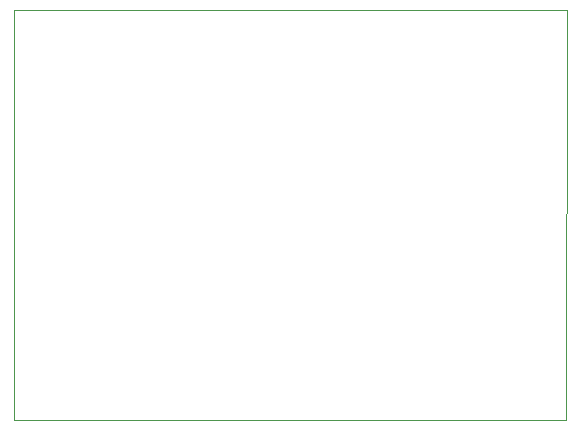
<source format=gbr>
%TF.GenerationSoftware,KiCad,Pcbnew,8.0.5*%
%TF.CreationDate,2024-10-20T23:26:53-04:00*%
%TF.ProjectId,Sequencer,53657175-656e-4636-9572-2e6b69636164,rev?*%
%TF.SameCoordinates,Original*%
%TF.FileFunction,Profile,NP*%
%FSLAX46Y46*%
G04 Gerber Fmt 4.6, Leading zero omitted, Abs format (unit mm)*
G04 Created by KiCad (PCBNEW 8.0.5) date 2024-10-20 23:26:53*
%MOMM*%
%LPD*%
G01*
G04 APERTURE LIST*
%TA.AperFunction,Profile*%
%ADD10C,0.050000*%
%TD*%
G04 APERTURE END LIST*
D10*
X132500000Y-49250000D02*
X179270000Y-49250000D01*
X179270000Y-49250000D02*
X179250000Y-84000000D01*
X132500000Y-49250000D02*
X132500000Y-84000000D01*
X179250000Y-84000000D02*
X132500000Y-84000000D01*
M02*

</source>
